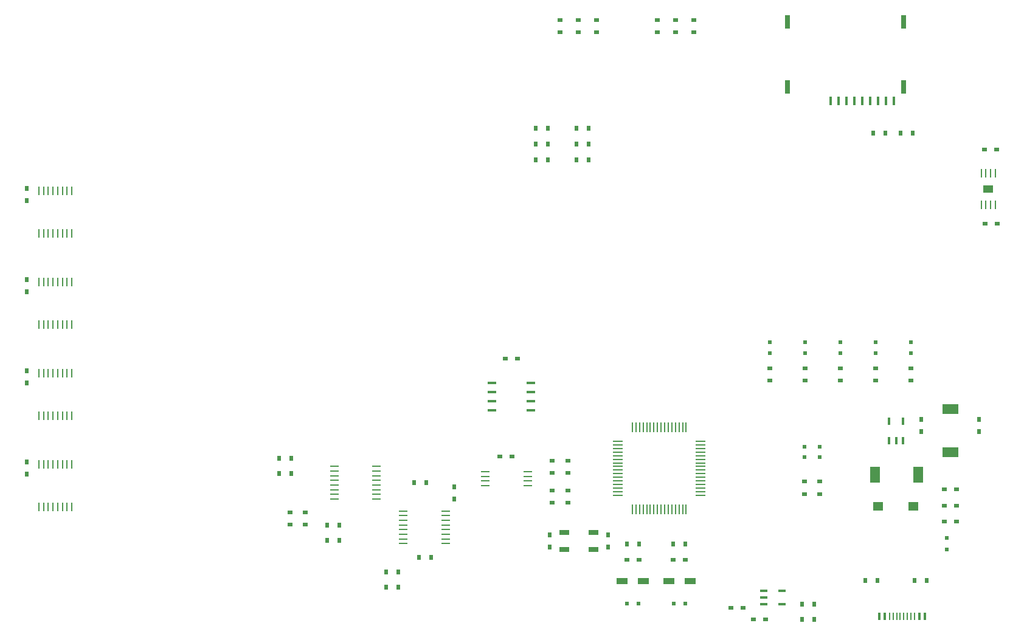
<source format=gbr>
G04 EAGLE Gerber RS-274X export*
G75*
%MOMM*%
%FSLAX34Y34*%
%LPD*%
%INSolderpaste Top*%
%IPPOS*%
%AMOC8*
5,1,8,0,0,1.08239X$1,22.5*%
G01*
%ADD10R,0.700000X0.600000*%
%ADD11R,0.600000X0.700000*%
%ADD12R,0.180000X1.355000*%
%ADD13R,1.355000X0.180000*%
%ADD14R,1.295000X0.270000*%
%ADD15R,1.010000X0.360000*%
%ADD16R,0.270000X1.295000*%
%ADD17R,0.360000X1.010000*%
%ADD18R,0.180000X1.130000*%
%ADD19R,0.620000X0.570000*%
%ADD20R,0.570000X0.620000*%
%ADD21R,0.480000X0.480000*%
%ADD22R,0.381000X1.016000*%
%ADD23R,1.396000X1.296000*%
%ADD24R,1.380000X2.180000*%
%ADD25R,2.180000X1.380000*%
%ADD26R,1.560000X0.960000*%
%ADD27R,1.320000X0.720000*%
%ADD28R,0.372000X1.152000*%
%ADD29R,0.660000X1.960000*%
%ADD30R,1.268000X0.390000*%
%ADD31R,0.270000X1.220000*%
%ADD32R,1.411600X1.107600*%


D10*
X842600Y310700D03*
X825600Y310700D03*
D11*
X976700Y184500D03*
X976700Y201500D03*
X895100Y201500D03*
X895100Y184500D03*
D10*
X1195600Y83800D03*
X1178600Y83800D03*
D11*
X166900Y286100D03*
X166900Y303100D03*
X166900Y413100D03*
X166900Y430100D03*
X166900Y540100D03*
X166900Y557100D03*
X167100Y666900D03*
X167100Y683900D03*
D10*
X1444500Y219800D03*
X1461500Y219800D03*
X1444500Y241900D03*
X1461500Y241900D03*
X1019500Y167000D03*
X1002500Y167000D03*
X1067500Y167000D03*
X1084500Y167000D03*
D12*
X1010400Y236820D03*
X1015400Y236820D03*
X1020400Y236820D03*
X1025400Y236820D03*
X1030400Y236820D03*
X1035400Y236820D03*
X1040400Y236820D03*
X1045400Y236820D03*
X1050400Y236820D03*
X1055400Y236820D03*
X1060400Y236820D03*
X1065400Y236820D03*
X1070400Y236820D03*
X1075400Y236820D03*
X1080400Y236820D03*
X1085400Y236820D03*
D13*
X1105280Y256700D03*
X1105280Y261700D03*
X1105280Y266700D03*
X1105280Y271700D03*
X1105280Y276700D03*
X1105280Y281700D03*
X1105280Y286700D03*
X1105280Y291700D03*
X1105280Y296700D03*
X1105280Y301700D03*
X1105280Y306700D03*
X1105280Y311700D03*
X1105280Y316700D03*
X1105280Y321700D03*
X1105280Y326700D03*
X1105280Y331700D03*
D12*
X1085400Y351580D03*
X1080400Y351580D03*
X1075400Y351580D03*
X1070400Y351580D03*
X1065400Y351580D03*
X1060400Y351580D03*
X1055400Y351580D03*
X1050400Y351580D03*
X1045400Y351580D03*
X1040400Y351580D03*
X1035400Y351580D03*
X1030400Y351580D03*
X1025400Y351580D03*
X1020400Y351580D03*
X1015400Y351580D03*
X1010400Y351580D03*
D13*
X990520Y331700D03*
X990520Y326700D03*
X990520Y321700D03*
X990520Y316700D03*
X990520Y311700D03*
X990520Y306700D03*
X990520Y301700D03*
X990520Y296700D03*
X990520Y291700D03*
X990520Y286700D03*
X990520Y281700D03*
X990520Y276700D03*
X990520Y271700D03*
X990520Y266700D03*
X990520Y261700D03*
X990520Y256700D03*
D14*
X864580Y270050D03*
X864580Y276550D03*
X864580Y283050D03*
X864580Y289550D03*
X805820Y289550D03*
X805820Y283050D03*
X805820Y276550D03*
X805820Y270050D03*
D15*
X1193600Y123700D03*
X1193600Y114200D03*
X1193600Y104700D03*
X1218600Y104700D03*
X1218600Y123700D03*
D16*
X184250Y494620D03*
X190750Y494620D03*
X197250Y494620D03*
X203750Y494620D03*
X210250Y494620D03*
X216750Y494620D03*
X223250Y494620D03*
X229750Y494620D03*
X229750Y553380D03*
X223250Y553380D03*
X216750Y553380D03*
X210250Y553380D03*
X203750Y553380D03*
X197250Y553380D03*
X190750Y553380D03*
X184250Y553380D03*
X184250Y367620D03*
X190750Y367620D03*
X197250Y367620D03*
X203750Y367620D03*
X210250Y367620D03*
X216750Y367620D03*
X223250Y367620D03*
X229750Y367620D03*
X229750Y426380D03*
X223250Y426380D03*
X216750Y426380D03*
X210250Y426380D03*
X203750Y426380D03*
X197250Y426380D03*
X190750Y426380D03*
X184250Y426380D03*
X184250Y240620D03*
X190750Y240620D03*
X197250Y240620D03*
X203750Y240620D03*
X210250Y240620D03*
X216750Y240620D03*
X223250Y240620D03*
X229750Y240620D03*
X229750Y299380D03*
X223250Y299380D03*
X216750Y299380D03*
X210250Y299380D03*
X203750Y299380D03*
X197250Y299380D03*
X190750Y299380D03*
X184250Y299380D03*
D17*
X1353900Y87550D03*
X1361900Y87550D03*
D18*
X1373400Y87550D03*
X1383400Y87550D03*
X1388400Y87550D03*
X1398400Y87550D03*
D17*
X1409900Y87550D03*
X1417900Y87550D03*
D18*
X1403400Y87550D03*
X1393400Y87550D03*
X1378400Y87550D03*
X1368400Y87550D03*
D19*
X1448000Y197000D03*
X1448000Y181000D03*
D20*
X1003000Y106000D03*
X1019000Y106000D03*
X1084000Y106000D03*
X1068000Y106000D03*
D10*
X899000Y287500D03*
X899000Y304500D03*
X920600Y287500D03*
X920600Y304500D03*
X920500Y263200D03*
X920500Y246200D03*
X899000Y263200D03*
X899000Y246200D03*
D11*
X1084500Y189000D03*
X1067500Y189000D03*
X1002500Y189000D03*
X1019500Y189000D03*
X1263600Y83800D03*
X1246600Y83800D03*
X1263500Y104800D03*
X1246500Y104800D03*
D16*
X184250Y621620D03*
X190750Y621620D03*
X197250Y621620D03*
X203750Y621620D03*
X210250Y621620D03*
X216750Y621620D03*
X223250Y621620D03*
X229750Y621620D03*
X229750Y680380D03*
X223250Y680380D03*
X216750Y680380D03*
X210250Y680380D03*
X203750Y680380D03*
X197250Y680380D03*
X190750Y680380D03*
X184250Y680380D03*
D21*
X1398000Y469500D03*
X1398000Y454500D03*
X1349000Y469500D03*
X1349000Y454500D03*
X1300000Y469500D03*
X1300000Y454500D03*
X1251000Y469500D03*
X1251000Y454500D03*
X1202000Y469500D03*
X1202000Y454500D03*
D10*
X1398000Y416500D03*
X1398000Y433500D03*
X1349000Y416500D03*
X1349000Y433500D03*
X1300000Y416500D03*
X1300000Y433500D03*
X1251000Y416500D03*
X1251000Y433500D03*
X1202000Y416500D03*
X1202000Y433500D03*
D22*
X1368110Y333030D03*
X1377610Y333030D03*
X1387110Y333030D03*
X1387110Y360030D03*
X1368110Y360030D03*
D23*
X1352500Y241000D03*
X1401500Y241000D03*
D24*
X1408400Y285000D03*
X1348329Y285000D03*
D25*
X1453000Y376400D03*
X1453000Y316329D03*
D26*
X996000Y137000D03*
X1026000Y137000D03*
X1091000Y137000D03*
X1061000Y137000D03*
D10*
X1444500Y265000D03*
X1461500Y265000D03*
D11*
X1413000Y362500D03*
X1413000Y345500D03*
X1493000Y362500D03*
X1493000Y345500D03*
D27*
X916000Y205000D03*
X916000Y181000D03*
X956000Y181000D03*
X956000Y205000D03*
D11*
X1334500Y138000D03*
X1351500Y138000D03*
X1420500Y138000D03*
X1403500Y138000D03*
D28*
X1286206Y805640D03*
X1297206Y805640D03*
X1308206Y805640D03*
X1319206Y805640D03*
X1330206Y805640D03*
X1341206Y805640D03*
X1352206Y805640D03*
X1363206Y805640D03*
X1374206Y805640D03*
D29*
X1388006Y915640D03*
X1388006Y825640D03*
X1226506Y825640D03*
X1226506Y915640D03*
D14*
X595620Y296750D03*
X595620Y290250D03*
X595620Y283750D03*
X595620Y277250D03*
X595620Y270750D03*
X595620Y264250D03*
X595620Y257750D03*
X595620Y251250D03*
X654380Y251250D03*
X654380Y257750D03*
X654380Y264250D03*
X654380Y270750D03*
X654380Y277250D03*
X654380Y283750D03*
X654380Y290250D03*
X654380Y296750D03*
X691620Y234750D03*
X691620Y228250D03*
X691620Y221750D03*
X691620Y215250D03*
X691620Y208750D03*
X691620Y202250D03*
X691620Y195750D03*
X691620Y189250D03*
X750380Y189250D03*
X750380Y195750D03*
X750380Y202250D03*
X750380Y208750D03*
X750380Y215250D03*
X750380Y221750D03*
X750380Y228250D03*
X750380Y234750D03*
D11*
X762000Y251500D03*
X762000Y268500D03*
D30*
X814890Y413050D03*
X814890Y400350D03*
X814890Y387650D03*
X814890Y374950D03*
X869110Y374950D03*
X869110Y387650D03*
X869110Y400350D03*
X869110Y413050D03*
D10*
X833500Y447000D03*
X850500Y447000D03*
D11*
X713500Y170000D03*
X730500Y170000D03*
X706500Y274000D03*
X723500Y274000D03*
X1383500Y761000D03*
X1400500Y761000D03*
X1345500Y761000D03*
X1362500Y761000D03*
D31*
X1496250Y661000D03*
X1502750Y661000D03*
X1509250Y661000D03*
X1515750Y661000D03*
X1515750Y705000D03*
X1509250Y705000D03*
X1502750Y705000D03*
X1496250Y705000D03*
D32*
X1506000Y683000D03*
D10*
X1501500Y635000D03*
X1518500Y635000D03*
X1500500Y738000D03*
X1517500Y738000D03*
X1095800Y901500D03*
X1095800Y918500D03*
X1070400Y901500D03*
X1070400Y918500D03*
X1045000Y918500D03*
X1045000Y901500D03*
D11*
X932500Y724000D03*
X949500Y724000D03*
X949500Y746000D03*
X932500Y746000D03*
X932500Y768000D03*
X949500Y768000D03*
X875500Y724000D03*
X892500Y724000D03*
X875500Y768000D03*
X892500Y768000D03*
X875500Y746000D03*
X892500Y746000D03*
D10*
X909600Y918500D03*
X909600Y901500D03*
X935000Y918500D03*
X935000Y901500D03*
X960400Y901500D03*
X960400Y918500D03*
X1164500Y100000D03*
X1147500Y100000D03*
D21*
X1250000Y324500D03*
X1250000Y309500D03*
X1271000Y324500D03*
X1271000Y309500D03*
D10*
X1250000Y258500D03*
X1250000Y275500D03*
X1271000Y258500D03*
X1271000Y275500D03*
D11*
X684500Y129000D03*
X667500Y129000D03*
X684500Y150000D03*
X667500Y150000D03*
D10*
X555000Y232500D03*
X555000Y215500D03*
X534000Y232500D03*
X534000Y215500D03*
D11*
X602500Y194000D03*
X585500Y194000D03*
X602500Y215000D03*
X585500Y215000D03*
X535500Y308000D03*
X518500Y308000D03*
X535500Y287000D03*
X518500Y287000D03*
M02*

</source>
